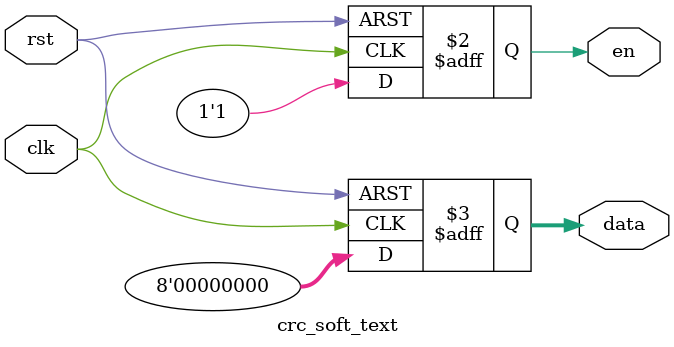
<source format=v>


module crc_soft_text( clk, rst, en, data );
input clk, rst;
output en;
output [7:0]data;
reg [7:0]data;
reg en;

always@(posedge clk or posedge rst)begin 
if(rst)begin 
en<=0;
data<=8'h00;
end
else begin 
en<=1;
data<=8'h00;
end
end


//<statements>

endmodule


</source>
